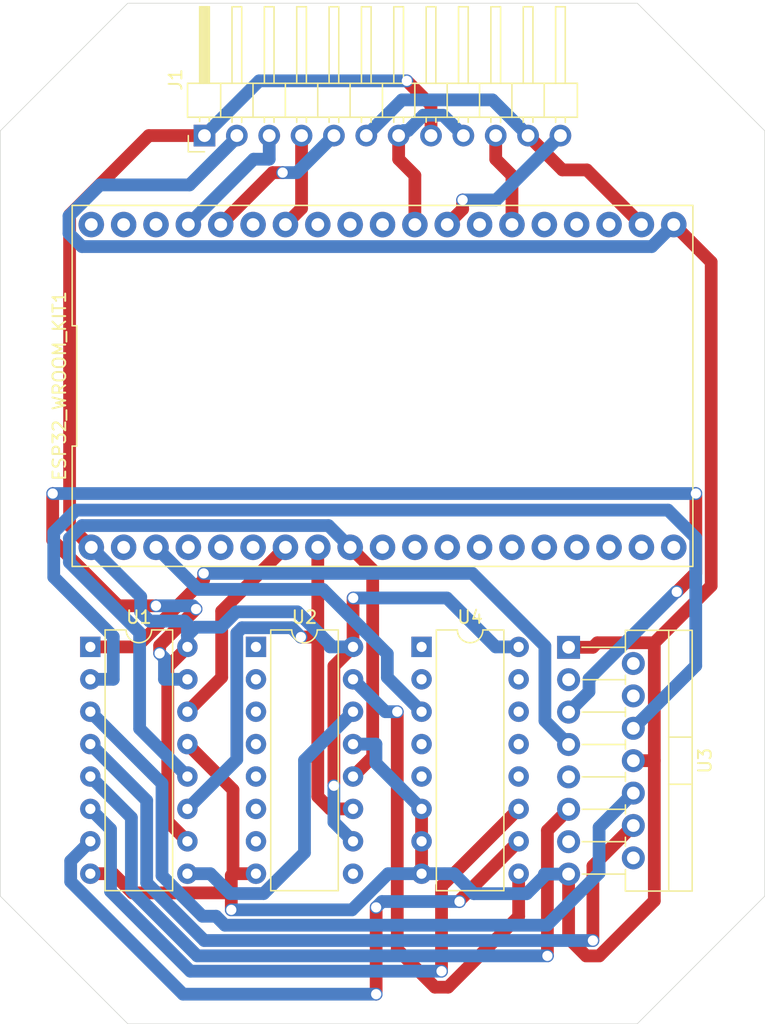
<source format=kicad_pcb>
(kicad_pcb (version 20240108) (generator "pcbnew") (generator_version "8.0")
  (layers (0 "F.Cu" signal) (31 "B.Cu" signal) (34 "B.Paste" user) (35 "F.Paste" user) (36 "B.SilkS" user "B.Silkscreen") (37 "F.SilkS" user "F.Silkscreen") (38 "B.Mask" user) (39 "F.Mask" user) (44 "Edge.Cuts" user))
  (net 0 "")
  (net 2 "Data")
  (net 3 "Trig")
  (net 4 "Net-(ESP32_WROOM_KIT1-GPIO23)")
  (net 5 "Net-(ESP32_WROOM_KIT1-GPIO4)")
  (net 18 "Analog_Pin1")
  (net 20 "Clock")
  (net 22 "Net-(ESP32_WROOM_KIT1-GPIO18)")
  (net 27 "Net-(ESP32_WROOM_KIT1-GPIO19)")
  (net 28 "3v3")
  (net 29 "GND")
  (net 30 "Net-(ESP32_WROOM_KIT1-GPIO2)")
  (net 32 "Net-(ESP32_WROOM_KIT1-GPIO21)")
  (net 35 "Net-(ESP32_WROOM_KIT1-GPIO15)")
  (net 39 "Net-(U1-QG)")
  (net 40 "M1_Pin_Dir1")
  (net 41 "M2_Pin_Dir2")
  (net 42 "Net-(U1-QH)")
  (net 43 "M1_Pin_EN")
  (net 44 "M2_Pin_Dir1")
  (net 45 "M1_Pin_Dir2")
  (net 46 "Net-(U1-QH')")
  (net 47 "M2_Pin_EN")
  (net 51 "Net-(U2-QA)")
  (net 59 "5v")
  (net 60 "Power supply")
  (footprint "Package_TO_SOT_THT:TO-220-15_P2.54x2.54mm_StaggerOdd_Lead4.58mm_Vertical" (layer "F.Cu") (at 164.605 100.49 -90)
    (property "Reference" "U3" (at 8.89 -10.7 90) (layer "F.SilkS"))
    (property "Value" "L298N")
    (fp_line (start -1.33 -4.459) (end 0.346 -4.459) (stroke (width 0.12)) (layer "F.SilkS"))
    (fp_line (start 0 -4.459) (end 0 -1.05) (stroke (width 0.12)) (layer "F.SilkS"))
    (fp_line (start 2.195 -4.459) (end 2.886 -4.459) (stroke (width 0.12)) (layer "F.SilkS"))
    (fp_line (start 2.54 -4.459) (end 2.54 -1.065) (stroke (width 0.12)) (layer "F.SilkS"))
    (fp_line (start 4.735 -4.459) (end 5.426 -4.459) (stroke (width 0.12)) (layer "F.SilkS"))
    (fp_line (start 5.08 -4.459) (end 5.08 -1.065) (stroke (width 0.12)) (layer "F.SilkS"))
    (fp_line (start 7.275 -4.459) (end 7.966 -4.459) (stroke (width 0.12)) (layer "F.SilkS"))
    (fp_line (start 7.62 -4.459) (end 7.62 -1.065) (stroke (width 0.12)) (layer "F.SilkS"))
    (fp_line (start 9.815 -4.459) (end 10.506 -4.459) (stroke (width 0.12)) (layer "F.SilkS"))
    (fp_line (start 10.16 -4.459) (end 10.16 -1.065) (stroke (width 0.12)) (layer "F.SilkS"))
    (fp_line (start 12.355 -4.459) (end 13.046 -4.459) (stroke (width 0.12)) (layer "F.SilkS"))
    (fp_line (start 12.7 -4.459) (end 12.7 -1.065) (stroke (width 0.12)) (layer "F.SilkS"))
    (fp_line (start 14.895 -4.459) (end 15.586 -4.459) (stroke (width 0.12)) (layer "F.SilkS"))
    (fp_line (start 15.24 -4.459) (end 15.24 -1.065) (stroke (width 0.12)) (layer "F.SilkS"))
    (fp_line (start 17.435 -4.459) (end 19.11 -4.459) (stroke (width 0.12)) (layer "F.SilkS"))
    (fp_line (start 17.78 -4.459) (end 17.78 -1.065) (stroke (width 0.12)) (layer "F.SilkS"))
    (fp_line (start -1.33 -7.86) (end 19.11 -7.86) (stroke (width 0.12)) (layer "F.SilkS"))
    (fp_line (start -1.33 -9.7) (end -1.33 -4.459) (stroke (width 0.12)) (layer "F.SilkS"))
    (fp_line (start -1.33 -9.7) (end 19.11 -9.7) (stroke (width 0.12)) (layer "F.SilkS"))
    (fp_line (start 7.041 -9.7) (end 7.041 -7.86) (stroke (width 0.12)) (layer "F.SilkS"))
    (fp_line (start 10.74 -9.7) (end 10.74 -7.86) (stroke (width 0.12)) (layer "F.SilkS"))
    (fp_line (start 19.11 -9.7) (end 19.11 -4.459) (stroke (width 0.12)) (layer "F.SilkS"))
    (pad "1" thru_hole rect (at 0 0 270) (size 1.8 1.8) (drill 1) (layers "*.Cu" "*.Mask") (net 29 "GND"))
    (pad "2" thru_hole oval (at 1.27 -5.08 270) (size 1.8 1.8) (drill 1) (layers "*.Cu" "*.Mask"))
    (pad "3" thru_hole oval (at 2.54 0 270) (size 1.8 1.8) (drill 1) (layers "*.Cu" "*.Mask"))
    (pad "4" thru_hole oval (at 3.81 -5.08 270) (size 1.8 1.8) (drill 1) (layers "*.Cu" "*.Mask") (net 60 "Power supply"))
    (pad "5" thru_hole oval (at 5.08 0 270) (size 1.8 1.8) (drill 1) (layers "*.Cu" "*.Mask") (net 40 "M1_Pin_Dir1"))
    (pad "6" thru_hole oval (at 6.35 -5.08 270) (size 1.8 1.8) (drill 1) (layers "*.Cu" "*.Mask") (net 43 "M1_Pin_EN"))
    (pad "7" thru_hole oval (at 7.62 0 270) (size 1.8 1.8) (drill 1) (layers "*.Cu" "*.Mask") (net 45 "M1_Pin_Dir2"))
    (pad "8" thru_hole oval (at 8.89 -5.08 270) (size 1.8 1.8) (drill 1) (layers "*.Cu" "*.Mask") (net 29 "GND"))
    (pad "9" thru_hole oval (at 10.16 0 270) (size 1.8 1.8) (drill 1) (layers "*.Cu" "*.Mask") (net 59 "5v"))
    (pad "10" thru_hole oval (at 11.43 -5.08 270) (size 1.8 1.8) (drill 1) (layers "*.Cu" "*.Mask") (net 44 "M2_Pin_Dir1"))
    (pad "11" thru_hole oval (at 12.7 0 270) (size 1.8 1.8) (drill 1) (layers "*.Cu" "*.Mask") (net 47 "M2_Pin_EN"))
    (pad "12" thru_hole oval (at 13.97 -5.08 270) (size 1.8 1.8) (drill 1) (layers "*.Cu" "*.Mask") (net 41 "M2_Pin_Dir2"))
    (pad "13" thru_hole oval (at 15.24 0 270) (size 1.8 1.8) (drill 1) (layers "*.Cu" "*.Mask"))
    (pad "14" thru_hole oval (at 16.51 -5.08 270) (size 1.8 1.8) (drill 1) (layers "*.Cu" "*.Mask"))
    (pad "15" thru_hole oval (at 17.78 0 270) (size 1.8 1.8) (drill 1) (layers "*.Cu" "*.Mask") (net 29 "GND"))
  )
  (footprint "Connector_PinHeader_2.54mm:PinHeader_1x12_P2.54mm_Horizontal" (layer "F.Cu") (at 136.025 60.375 90)
    (property "Reference" "J1" (at 4.385 -2.27 90) (layer "F.SilkS"))
    (property "Value" "Conn_01x12_Pin")
    (fp_line (start 4.1 -1.33) (end 1.44 -1.33) (stroke (width 0.12)) (layer "F.SilkS"))
    (fp_line (start 1.44 -1.33) (end 1.44 29.27) (stroke (width 0.12)) (layer "F.SilkS"))
    (fp_line (start -1.27 -1.27) (end 0 -1.27) (stroke (width 0.12)) (layer "F.SilkS"))
    (fp_line (start 10.1 -0.38) (end 10.1 0.38) (stroke (width 0.12)) (layer "F.SilkS"))
    (fp_line (start 4.1 -0.38) (end 10.1 -0.38) (stroke (width 0.12)) (layer "F.SilkS"))
    (fp_line (start 1.11 -0.38) (end 1.44 -0.38) (stroke (width 0.12)) (layer "F.SilkS"))
    (fp_line (start 4.1 -0.32) (end 10.1 -0.32) (stroke (width 0.12)) (layer "F.SilkS"))
    (fp_line (start 4.1 -0.2) (end 10.1 -0.2) (stroke (width 0.12)) (layer "F.SilkS"))
    (fp_line (start 4.1 -0.08) (end 10.1 -0.08) (stroke (width 0.12)) (layer "F.SilkS"))
    (fp_line (start -1.27 0) (end -1.27 -1.27) (stroke (width 0.12)) (layer "F.SilkS"))
    (fp_line (start 4.1 0.04) (end 10.1 0.04) (stroke (width 0.12)) (layer "F.SilkS"))
    (fp_line (start 4.1 0.16) (end 10.1 0.16) (stroke (width 0.12)) (layer "F.SilkS"))
    (fp_line (start 4.1 0.28) (end 10.1 0.28) (stroke (width 0.12)) (layer "F.SilkS"))
    (fp_line (start 10.1 0.38) (end 4.1 0.38) (stroke (width 0.12)) (layer "F.SilkS"))
    (fp_line (start 1.11 0.38) (end 1.44 0.38) (stroke (width 0.12)) (layer "F.SilkS"))
    (fp_line (start 1.44 1.27) (end 4.1 1.27) (stroke (width 0.12)) (layer "F.SilkS"))
    (fp_line (start 10.1 2.16) (end 10.1 2.92) (stroke (width 0.12)) (layer "F.SilkS"))
    (fp_line (start 4.1 2.16) (end 10.1 2.16) (stroke (width 0.12)) (layer "F.SilkS"))
    (fp_line (start 1.042929 2.16) (end 1.44 2.16) (stroke (width 0.12)) (layer "F.SilkS"))
    (fp_line (start 10.1 2.92) (end 4.1 2.92) (stroke (width 0.12)) (layer "F.SilkS"))
    (fp_line (start 1.042929 2.92) (end 1.44 2.92) (stroke (width 0.12)) (layer "F.SilkS"))
    (fp_line (start 1.44 3.81) (end 4.1 3.81) (stroke (width 0.12)) (layer "F.SilkS"))
    (fp_line (start 10.1 4.7) (end 10.1 5.46) (stroke (width 0.12)) (layer "F.SilkS"))
    (fp_line (start 4.1 4.7) (end 10.1 4.7) (stroke (width 0.12)) (layer "F.SilkS"))
    (fp_line (start 1.042929 4.7) (end 1.44 4.7) (stroke (width 0.12)) (layer "F.SilkS"))
    (fp_line (start 10.1 5.46) (end 4.1 5.46) (stroke (width 0.12)) (layer "F.SilkS"))
    (fp_line (start 1.042929 5.46) (end 1.44 5.46) (stroke (width 0.12)) (layer "F.SilkS"))
    (fp_line (start 1.44 6.35) (end 4.1 6.35) (stroke (width 0.12)) (layer "F.SilkS"))
    (fp_line (start 10.1 7.24) (end 10.1 8) (stroke (width 0.12)) (layer "F.SilkS"))
    (fp_line (start 4.1 7.24) (end 10.1 7.24) (stroke (width 0.12)) (layer "F.SilkS"))
    (fp_line (start 1.042929 7.24) (end 1.44 7.24) (stroke (width 0.12)) (layer "F.SilkS"))
    (fp_line (start 10.1 8) (end 4.1 8) (stroke (width 0.12)) (layer "F.SilkS"))
    (fp_line (start 1.042929 8) (end 1.44 8) (stroke (width 0.12)) (layer "F.SilkS"))
    (fp_line (start 1.44 8.89) (end 4.1 8.89) (stroke (width 0.12)) (layer "F.SilkS"))
    (fp_line (start 10.1 9.78) (end 10.1 10.54) (stroke (width 0.12)) (layer "F.SilkS"))
    (fp_line (start 4.1 9.78) (end 10.1 9.78) (stroke (width 0.12)) (layer "F.SilkS"))
    (fp_line (start 1.042929 9.78) (end 1.44 9.78) (stroke (width 0.12)) (layer "F.SilkS"))
    (fp_line (start 10.1 10.54) (end 4.1 10.54) (stroke (width 0.12)) (layer "F.SilkS"))
    (fp_line (start 1.042929 10.54) (end 1.44 10.54) (stroke (width 0.12)) (layer "F.SilkS"))
    (fp_line (start 1.44 11.43) (end 4.1 11.43) (stroke (width 0.12)) (layer "F.SilkS"))
    (fp_line (start 10.1 12.32) (end 10.1 13.08) (stroke (width 0.12)) (layer "F.SilkS"))
    (fp_line (start 4.1 12.32) (end 10.1 12.32) (stroke (width 0.12)) (layer "F.SilkS"))
    (fp_line (start 1.042929 12.32) (end 1.44 12.32) (stroke (width 0.12)) (layer "F.SilkS"))
    (fp_line (start 10.1 13.08) (end 4.1 13.08) (stroke (width 0.12)) (layer "F.SilkS"))
    (fp_line (start 1.042929 13.08) (end 1.44 13.08) (stroke (width 0.12)) (layer "F.SilkS"))
    (fp_line (start 1.44 13.97) (end 4.1 13.97) (stroke (width 0.12)) (layer "F.SilkS"))
    (fp_line (start 10.1 14.86) (end 10.1 15.62) (stroke (width 0.12)) (layer "F.SilkS"))
    (fp_line (start 4.1 14.86) (end 10.1 14.86) (stroke (width 0.12)) (layer "F.SilkS"))
    (fp_line (start 1.042929 14.86) (end 1.44 14.86) (stroke (width 0.12)) (layer "F.SilkS"))
    (fp_line (start 10.1 15.62) (end 4.1 15.62) (stroke (width 0.12)) (layer "F.SilkS"))
    (fp_line (start 1.042929 15.62) (end 1.44 15.62) (stroke (width 0.12)) (layer "F.SilkS"))
    (fp_line (start 1.44 16.51) (end 4.1 16.51) (stroke (width 0.12)) (layer "F.SilkS"))
    (fp_line (start 10.1 17.4) (end 10.1 18.16) (stroke (width 0.12)) (layer "F.SilkS"))
    (fp_line (start 4.1 17.4) (end 10.1 17.4) (stroke (width 0.12)) (layer "F.SilkS"))
    (fp_line (start 1.042929 17.4) (end 1.44 17.4) (stroke (width 0.12)) (layer "F.SilkS"))
    (fp_line (start 10.1 18.16) (end 4.1 18.16) (stroke (width 0.12)) (layer "F.SilkS"))
    (fp_line (start 1.042929 18.16) (end 1.44 18.16) (stroke (width 0.12)) (layer "F.SilkS"))
    (fp_line (start 1.44 19.05) (end 4.1 19.05) (stroke (width 0.12)) (layer "F.SilkS"))
    (fp_line (start 10.1 19.94) (end 10.1 20.7) (stroke (width 0.12)) (layer "F.SilkS"))
    (fp_line (start 4.1 19.94) (end 10.1 19.94) (stroke (width 0.12)) (layer "F.SilkS"))
    (fp_line (start 1.042929 19.94) (end 1.44 19.94) (stroke (width 0.12)) (layer "F.SilkS"))
    (fp_line (start 10.1 20.7) (end 4.1 20.7) (stroke (width 0.12)) (layer "F.SilkS"))
    (fp_line (start 1.042929 20.7) (end 1.44 20.7) (stroke (width 0.12)) (layer "F.SilkS"))
    (fp_line (start 1.44 21.59) (end 4.1 21.59) (stroke (width 0.12)) (layer "F.SilkS"))
    (fp_line (start 10.1 22.48) (end 10.1 23.24) (stroke (width 0.12)) (layer "F.SilkS"))
    (fp_line (start 4.1 22.48) (end 10.1 22.48) (stroke (width 0.12)) (layer "F.SilkS"))
    (fp_line (start 1.042929 22.48) (end 1.44 22.48) (stroke (width 0.12)) (layer "F.SilkS"))
    (fp_line (start 10.1 23.24) (end 4.1 23.24) (stroke (width 0.12)) (layer "F.SilkS"))
    (fp_line (start 1.042929 23.24) (end 1.44 23.24) (stroke (width 0.12)) (layer "F.SilkS"))
    (fp_line (start 1.44 24.13) (end 4.1 24.13) (stroke (width 0.12)) (layer "F.SilkS"))
    (fp_line (start 10.1 25.02) (end 10.1 25.78) (stroke (width 0.12)) (layer "F.SilkS"))
    (fp_line (start 4.1 25.02) (end 10.1 25.02) (stroke (width 0.12)) (layer "F.SilkS"))
    (fp_line (start 1.042929 25.02) (end 1.44 25.02) (stroke (width 0.12)) (layer "F.SilkS"))
    (fp_line (start 10.1 25.78) (end 4.1 25.78) (stroke (width 0.12)) (layer "F.SilkS"))
    (fp_line (start 1.042929 25.78) (end 1.44 25.78) (stroke (width 0.12)) (layer "F.SilkS"))
    (fp_line (start 1.44 26.67) (end 4.1 26.67) (stroke (width 0.12)) (layer "F.SilkS"))
    (fp_line (start 10.1 27.56) (end 10.1 28.32) (stroke (width 0.12)) (layer "F.SilkS"))
    (fp_line (start 4.1 27.56) (end 10.1 27.56) (stroke (width 0.12)) (layer "F.SilkS"))
    (fp_line (start 1.042929 27.56) (end 1.44 27.56) (stroke (width 0.12)) (layer "F.SilkS"))
    (fp_line (start 10.1 28.32) (end 4.1 28.32) (stroke (width 0.12)) (layer "F.SilkS"))
    (fp_line (start 1.042929 28.32) (end 1.44 28.32) (stroke (width 0.12)) (layer "F.SilkS"))
    (fp_line (start 4.1 29.27) (end 4.1 -1.33) (stroke (width 0.12)) (layer "F.SilkS"))
    (fp_line (start 1.44 29.27) (end 4.1 29.27) (stroke (width 0.12)) (layer "F.SilkS"))
    (pad "1" thru_hole rect (at 0 0 90) (size 1.7 1.7) (drill 1) (layers "*.Cu" "*.Mask") (net 28 "3v3"))
    (pad "2" thru_hole oval (at 0 2.54 90) (size 1.7 1.7) (drill 1) (layers "*.Cu" "*.Mask") (net 29 "GND"))
    (pad "3" thru_hole oval (at 0 5.08 90) (size 1.7 1.7) (drill 1) (layers "*.Cu" "*.Mask") (net 35 "Net-(ESP32_WROOM_KIT1-GPIO15)"))
    (pad "4" thru_hole oval (at 0 7.62 90) (size 1.7 1.7) (drill 1) (layers "*.Cu" "*.Mask") (net 5 "Net-(ESP32_WROOM_KIT1-GPIO4)"))
    (pad "5" thru_hole oval (at 0 10.16 90) (size 1.7 1.7) (drill 1) (layers "*.Cu" "*.Mask") (net 30 "Net-(ESP32_WROOM_KIT1-GPIO2)"))
    (pad "6" thru_hole oval (at 0 12.7 90) (size 1.7 1.7) (drill 1) (layers "*.Cu" "*.Mask") (net 4 "Net-(ESP32_WROOM_KIT1-GPIO23)"))
    (pad "7" thru_hole oval (at 0 15.24 90) (size 1.7 1.7) (drill 1) (layers "*.Cu" "*.Mask") (net 22 "Net-(ESP32_WROOM_KIT1-GPIO18)"))
    (pad "8" thru_hole oval (at 0 17.78 90) (size 1.7 1.7) (drill 1) (layers "*.Cu" "*.Mask") (net 28 "3v3"))
    (pad "9" thru_hole oval (at 0 20.32 90) (size 1.7 1.7) (drill 1) (layers "*.Cu" "*.Mask") (net 22 "Net-(ESP32_WROOM_KIT1-GPIO18)"))
    (pad "10" thru_hole oval (at 0 22.86 90) (size 1.7 1.7) (drill 1) (layers "*.Cu" "*.Mask") (net 32 "Net-(ESP32_WROOM_KIT1-GPIO21)"))
    (pad "11" thru_hole oval (at 0 25.4 90) (size 1.7 1.7) (drill 1) (layers "*.Cu" "*.Mask") (net 4 "Net-(ESP32_WROOM_KIT1-GPIO23)"))
    (pad "12" thru_hole oval (at 0 27.94 90) (size 1.7 1.7) (drill 1) (layers "*.Cu" "*.Mask") (net 27 "Net-(ESP32_WROOM_KIT1-GPIO19)"))
  )
  (footprint "Package_DIP:DIP-16_W7.62mm" (layer "F.Cu") (at 153.065 100.46)
    (property "Reference" "U4" (at 3.81 -2.33 0) (layer "F.SilkS"))
    (property "Value" "74HC4051")
    (fp_line (start 1.16 -1.33) (end 1.16 19.11) (stroke (width 0.12)) (layer "F.SilkS"))
    (fp_line (start 1.16 19.11) (end 6.46 19.11) (stroke (width 0.12)) (layer "F.SilkS"))
    (fp_line (start 2.81 -1.33) (end 1.16 -1.33) (stroke (width 0.12)) (layer "F.SilkS"))
    (fp_line (start 6.46 -1.33) (end 4.81 -1.33) (stroke (width 0.12)) (layer "F.SilkS"))
    (fp_line (start 6.46 19.11) (end 6.46 -1.33) (stroke (width 0.12)) (layer "F.SilkS"))
    (fp_arc (start 4.81 -1.33) (mid 3.81 -0.33) (end 2.81 -1.33) (stroke (width 0.12)) (layer "F.SilkS"))
    (pad "1" thru_hole rect (at 0 0) (size 1.6 1.6) (drill 0.8) (layers "*.Cu" "*.Mask"))
    (pad "2" thru_hole oval (at 0 2.54) (size 1.6 1.6) (drill 0.8) (layers "*.Cu" "*.Mask"))
    (pad "3" thru_hole oval (at 0 5.08) (size 1.6 1.6) (drill 0.8) (layers "*.Cu" "*.Mask") (net 18 "Analog_Pin1"))
    (pad "4" thru_hole oval (at 0 7.62) (size 1.6 1.6) (drill 0.8) (layers "*.Cu" "*.Mask"))
    (pad "5" thru_hole oval (at 0 10.16) (size 1.6 1.6) (drill 0.8) (layers "*.Cu" "*.Mask"))
    (pad "6" thru_hole oval (at 0 12.7) (size 1.6 1.6) (drill 0.8) (layers "*.Cu" "*.Mask") (net 29 "GND"))
    (pad "7" thru_hole oval (at 0 15.24) (size 1.6 1.6) (drill 0.8) (layers "*.Cu" "*.Mask") (net 29 "GND"))
    (pad "8" thru_hole oval (at 0 17.78) (size 1.6 1.6) (drill 0.8) (layers "*.Cu" "*.Mask") (net 29 "GND"))
    (pad "9" thru_hole oval (at 7.62 17.78) (size 1.6 1.6) (drill 0.8) (layers "*.Cu" "*.Mask") (net 51 "Net-(U2-QA)"))
    (pad "10" thru_hole oval (at 7.62 15.24) (size 1.6 1.6) (drill 0.8) (layers "*.Cu" "*.Mask") (net 42 "Net-(U1-QH)"))
    (pad "11" thru_hole oval (at 7.62 12.7) (size 1.6 1.6) (drill 0.8) (layers "*.Cu" "*.Mask") (net 39 "Net-(U1-QG)"))
    (pad "12" thru_hole oval (at 7.62 10.16) (size 1.6 1.6) (drill 0.8) (layers "*.Cu" "*.Mask"))
    (pad "13" thru_hole oval (at 7.62 7.62) (size 1.6 1.6) (drill 0.8) (layers "*.Cu" "*.Mask"))
    (pad "14" thru_hole oval (at 7.62 5.08) (size 1.6 1.6) (drill 0.8) (layers "*.Cu" "*.Mask"))
    (pad "15" thru_hole oval (at 7.62 2.54) (size 1.6 1.6) (drill 0.8) (layers "*.Cu" "*.Mask"))
    (pad "16" thru_hole oval (at 7.62 0) (size 1.6 1.6) (drill 0.8) (layers "*.Cu" "*.Mask") (net 28 "3v3"))
  )
  (footprint "Package_DIP:DIP-16_W7.62mm" (layer "F.Cu") (at 140.065 100.46)
    (property "Reference" "U2" (at 3.81 -2.33 0) (layer "F.SilkS"))
    (property "Value" "74HC595")
    (fp_line (start 1.16 -1.33) (end 1.16 19.11) (stroke (width 0.12)) (layer "F.SilkS"))
    (fp_line (start 1.16 19.11) (end 6.46 19.11) (stroke (width 0.12)) (layer "F.SilkS"))
    (fp_line (start 2.81 -1.33) (end 1.16 -1.33) (stroke (width 0.12)) (layer "F.SilkS"))
    (fp_line (start 6.46 -1.33) (end 4.81 -1.33) (stroke (width 0.12)) (layer "F.SilkS"))
    (fp_line (start 6.46 19.11) (end 6.46 -1.33) (stroke (width 0.12)) (layer "F.SilkS"))
    (fp_arc (start 4.81 -1.33) (mid 3.81 -0.33) (end 2.81 -1.33) (stroke (width 0.12)) (layer "F.SilkS"))
    (pad "1" thru_hole rect (at 0 0) (size 1.6 1.6) (drill 0.8) (layers "*.Cu" "*.Mask"))
    (pad "2" thru_hole oval (at 0 2.54) (size 1.6 1.6) (drill 0.8) (layers "*.Cu" "*.Mask"))
    (pad "3" thru_hole oval (at 0 5.08) (size 1.6 1.6) (drill 0.8) (layers "*.Cu" "*.Mask"))
    (pad "4" thru_hole oval (at 0 7.62) (size 1.6 1.6) (drill 0.8) (layers "*.Cu" "*.Mask"))
    (pad "5" thru_hole oval (at 0 10.16) (size 1.6 1.6) (drill 0.8) (layers "*.Cu" "*.Mask"))
    (pad "6" thru_hole oval (at 0 12.7) (size 1.6 1.6) (drill 0.8) (layers "*.Cu" "*.Mask"))
    (pad "7" thru_hole oval (at 0 15.24) (size 1.6 1.6) (drill 0.8) (layers "*.Cu" "*.Mask"))
    (pad "8" thru_hole oval (at 0 17.78) (size 1.6 1.6) (drill 0.8) (layers "*.Cu" "*.Mask") (net 29 "GND"))
    (pad "9" thru_hole oval (at 7.62 17.78) (size 1.6 1.6) (drill 0.8) (layers "*.Cu" "*.Mask"))
    (pad "10" thru_hole oval (at 7.62 15.24) (size 1.6 1.6) (drill 0.8) (layers "*.Cu" "*.Mask") (net 28 "3v3"))
    (pad "11" thru_hole oval (at 7.62 12.7) (size 1.6 1.6) (drill 0.8) (layers "*.Cu" "*.Mask") (net 20 "Clock"))
    (pad "12" thru_hole oval (at 7.62 10.16) (size 1.6 1.6) (drill 0.8) (layers "*.Cu" "*.Mask") (net 3 "Trig"))
    (pad "13" thru_hole oval (at 7.62 7.62) (size 1.6 1.6) (drill 0.8) (layers "*.Cu" "*.Mask") (net 29 "GND"))
    (pad "14" thru_hole oval (at 7.62 5.08) (size 1.6 1.6) (drill 0.8) (layers "*.Cu" "*.Mask") (net 46 "Net-(U1-QH')"))
    (pad "15" thru_hole oval (at 7.62 2.54) (size 1.6 1.6) (drill 0.8) (layers "*.Cu" "*.Mask") (net 51 "Net-(U2-QA)"))
    (pad "16" thru_hole oval (at 7.62 0) (size 1.6 1.6) (drill 0.8) (layers "*.Cu" "*.Mask") (net 28 "3v3"))
  )
  (footprint "MyEsp32Library:Esp32_Wroom32_DevKit" (layer "F.Cu") (at 150 80)
    (property "Reference" "ESP32_WROOM_KIT1" (at -25.36 0 90) (layer "F.SilkS"))
    (property "Value" "~")
    (fp_line (start -24.36 -14.15) (end -24.36 -4.716666) (stroke (width 0.12)) (layer "F.SilkS"))
    (fp_line (start -24.36 -4.716666) (end -24 -4.716666) (stroke (width 0.12)) (layer "F.SilkS"))
    (fp_line (start -24.36 4.716666) (end -24.36 14.149999) (stroke (width 0.12)) (layer "F.SilkS"))
    (fp_line (start -24.36 14.149999) (end 24.36 14.15) (stroke (width 0.12)) (layer "F.SilkS"))
    (fp_line (start -24 -4.716666) (end -24 4.716666) (stroke (width 0.12)) (layer "F.SilkS"))
    (fp_line (start -24 4.716666) (end -24.36 4.716666) (stroke (width 0.12)) (layer "F.SilkS"))
    (fp_line (start 24.36 -14.149999) (end -24.36 -14.15) (stroke (width 0.12)) (layer "F.SilkS"))
    (fp_line (start 24.36 14.15) (end 24.36 -14.149999) (stroke (width 0.12)) (layer "F.SilkS"))
    (pad "1" thru_hole circle (at -22.86 12.65) (size 2 2) (drill 1) (layers "*.Cu" "*.Mask") (net 28 "3v3"))
    (pad "2" thru_hole circle (at -20.32 12.65) (size 2 2) (drill 1) (layers "*.Cu" "*.Mask"))
    (pad "3" thru_hole circle (at -17.78 12.65) (size 2 2) (drill 1) (layers "*.Cu" "*.Mask") (net 18 "Analog_Pin1"))
    (pad "4" thru_hole circle (at -15.24 12.65) (size 2 2) (drill 1) (layers "*.Cu" "*.Mask"))
    (pad "5" thru_hole circle (at -12.7 12.65) (size 2 2) (drill 1) (layers "*.Cu" "*.Mask"))
    (pad "6" thru_hole circle (at -10.16 12.65) (size 2 2) (drill 1) (layers "*.Cu" "*.Mask"))
    (pad "7" thru_hole circle (at -7.62 12.65) (size 2 2) (drill 1) (layers "*.Cu" "*.Mask") (net 2 "Data"))
    (pad "8" thru_hole circle (at -5.08 12.65) (size 2 2) (drill 1) (layers "*.Cu" "*.Mask") (net 20 "Clock"))
    (pad "9" thru_hole circle (at -2.54 12.65) (size 2 2) (drill 1) (layers "*.Cu" "*.Mask") (net 3 "Trig"))
    (pad "10" thru_hole circle (at 0 12.65) (size 2 2) (drill 1) (layers "*.Cu" "*.Mask"))
    (pad "11" thru_hole circle (at 2.54 12.65) (size 2 2) (drill 1) (layers "*.Cu" "*.Mask"))
    (pad "12" thru_hole circle (at 5.08 12.65) (size 2 2) (drill 1) (layers "*.Cu" "*.Mask"))
    (pad "13" thru_hole circle (at 7.62 12.65) (size 2 2) (drill 1) (layers "*.Cu" "*.Mask"))
    (pad "14" thru_hole circle (at 10.16 12.65) (size 2 2) (drill 1) (layers "*.Cu" "*.Mask"))
    (pad "15" thru_hole circle (at 12.7 12.65) (size 2 2) (drill 1) (layers "*.Cu" "*.Mask"))
    (pad "16" thru_hole circle (at 15.24 12.65) (size 2 2) (drill 1) (layers "*.Cu" "*.Mask"))
    (pad "17" thru_hole circle (at 17.78 12.65) (size 2 2) (drill 1) (layers "*.Cu" "*.Mask"))
    (pad "18" thru_hole circle (at 20.32 12.65) (size 2 2) (drill 1) (layers "*.Cu" "*.Mask"))
    (pad "19" thru_hole circle (at 22.86 12.65) (size 2 2) (drill 1) (layers "*.Cu" "*.Mask"))
    (pad "20" thru_hole circle (at 22.86 -12.65) (size 2 2) (drill 1) (layers "*.Cu" "*.Mask") (net 29 "GND"))
    (pad "21" thru_hole circle (at 20.32 -12.65) (size 2 2) (drill 1) (layers "*.Cu" "*.Mask") (net 4 "Net-(ESP32_WROOM_KIT1-GPIO23)"))
    (pad "22" thru_hole circle (at 17.78 -12.65) (size 2 2) (drill 1) (layers "*.Cu" "*.Mask"))
    (pad "23" thru_hole circle (at 15.24 -12.65) (size 2 2) (drill 1) (layers "*.Cu" "*.Mask"))
    (pad "24" thru_hole circle (at 12.7 -12.65) (size 2 2) (drill 1) (layers "*.Cu" "*.Mask"))
    (pad "25" thru_hole circle (at 10.16 -12.65) (size 2 2) (drill 1) (layers "*.Cu" "*.Mask") (net 32 "Net-(ESP32_WROOM_KIT1-GPIO21)"))
    (pad "26" thru_hole circle (at 7.62 -12.65) (size 2 2) (drill 1) (layers "*.Cu" "*.Mask"))
    (pad "27" thru_hole circle (at 5.08 -12.65) (size 2 2) (drill 1) (layers "*.Cu" "*.Mask") (net 27 "Net-(ESP32_WROOM_KIT1-GPIO19)"))
    (pad "28" thru_hole circle (at 2.54 -12.65) (size 2 2) (drill 1) (layers "*.Cu" "*.Mask") (net 22 "Net-(ESP32_WROOM_KIT1-GPIO18)"))
    (pad "29" thru_hole circle (at 0 -12.65) (size 2 2) (drill 1) (layers "*.Cu" "*.Mask"))
    (pad "30" thru_hole circle (at -2.54 -12.65) (size 2 2) (drill 1) (layers "*.Cu" "*.Mask"))
    (pad "31" thru_hole circle (at -5.08 -12.65) (size 2 2) (drill 1) (layers "*.Cu" "*.Mask"))
    (pad "32" thru_hole circle (at -7.62 -12.65) (size 2 2) (drill 1) (layers "*.Cu" "*.Mask") (net 5 "Net-(ESP32_WROOM_KIT1-GPIO4)"))
    (pad "33" thru_hole circle (at -10.16 -12.65) (size 2 2) (drill 1) (layers "*.Cu" "*.Mask"))
    (pad "34" thru_hole circle (at -12.7 -12.65) (size 2 2) (drill 1) (layers "*.Cu" "*.Mask") (net 30 "Net-(ESP32_WROOM_KIT1-GPIO2)"))
    (pad "35" thru_hole circle (at -15.24 -12.65) (size 2 2) (drill 1) (layers "*.Cu" "*.Mask") (net 35 "Net-(ESP32_WROOM_KIT1-GPIO15)"))
    (pad "36" thru_hole circle (at -17.78 -12.65) (size 2 2) (drill 1) (layers "*.Cu" "*.Mask"))
    (pad "37" thru_hole circle (at -20.32 -12.65) (size 2 2) (drill 1) (layers "*.Cu" "*.Mask"))
    (pad "38" thru_hole circle (at -22.86 -12.65) (size 2 2) (drill 1) (layers "*.Cu" "*.Mask"))
  )
  (footprint "Package_DIP:DIP-16_W7.62mm" (layer "F.Cu") (at 127.065 100.46)
    (property "Reference" "U1" (at 3.81 -2.33 0) (layer "F.SilkS"))
    (property "Value" "74HC595")
    (fp_line (start 1.16 -1.33) (end 1.16 19.11) (stroke (width 0.12)) (layer "F.SilkS"))
    (fp_line (start 1.16 19.11) (end 6.46 19.11) (stroke (width 0.12)) (layer "F.SilkS"))
    (fp_line (start 2.81 -1.33) (end 1.16 -1.33) (stroke (width 0.12)) (layer "F.SilkS"))
    (fp_line (start 6.46 -1.33) (end 4.81 -1.33) (stroke (width 0.12)) (layer "F.SilkS"))
    (fp_line (start 6.46 19.11) (end 6.46 -1.33) (stroke (width 0.12)) (layer "F.SilkS"))
    (fp_arc (start 4.81 -1.33) (mid 3.81 -0.33) (end 2.81 -1.33) (stroke (width 0.12)) (layer "F.SilkS"))
    (pad "1" thru_hole rect (at 0 0) (size 1.6 1.6) (drill 0.8) (layers "*.Cu" "*.Mask") (net 45 "M1_Pin_Dir2"))
    (pad "2" thru_hole oval (at 0 2.54) (size 1.6 1.6) (drill 0.8) (layers "*.Cu" "*.Mask") (net 43 "M1_Pin_EN"))
    (pad "3" thru_hole oval (at 0 5.08) (size 1.6 1.6) (drill 0.8) (layers "*.Cu" "*.Mask") (net 44 "M2_Pin_Dir1"))
    (pad "4" thru_hole oval (at 0 7.62) (size 1.6 1.6) (drill 0.8) (layers "*.Cu" "*.Mask") (net 41 "M2_Pin_Dir2"))
    (pad "5" thru_hole oval (at 0 10.16) (size 1.6 1.6) (drill 0.8) (layers "*.Cu" "*.Mask") (net 47 "M2_Pin_EN"))
    (pad "6" thru_hole oval (at 0 12.7) (size 1.6 1.6) (drill 0.8) (layers "*.Cu" "*.Mask") (net 39 "Net-(U1-QG)"))
    (pad "7" thru_hole oval (at 0 15.24) (size 1.6 1.6) (drill 0.8) (layers "*.Cu" "*.Mask") (net 42 "Net-(U1-QH)"))
    (pad "8" thru_hole oval (at 0 17.78) (size 1.6 1.6) (drill 0.8) (layers "*.Cu" "*.Mask") (net 29 "GND"))
    (pad "9" thru_hole oval (at 7.62 17.78) (size 1.6 1.6) (drill 0.8) (layers "*.Cu" "*.Mask") (net 46 "Net-(U1-QH')"))
    (pad "10" thru_hole oval (at 7.62 15.24) (size 1.6 1.6) (drill 0.8) (layers "*.Cu" "*.Mask") (net 28 "3v3"))
    (pad "11" thru_hole oval (at 7.62 12.7) (size 1.6 1.6) (drill 0.8) (layers "*.Cu" "*.Mask") (net 20 "Clock"))
    (pad "12" thru_hole oval (at 7.62 10.16) (size 1.6 1.6) (drill 0.8) (layers "*.Cu" "*.Mask") (net 3 "Trig"))
    (pad "13" thru_hole oval (at 7.62 7.62) (size 1.6 1.6) (drill 0.8) (layers "*.Cu" "*.Mask") (net 29 "GND"))
    (pad "14" thru_hole oval (at 7.62 5.08) (size 1.6 1.6) (drill 0.8) (layers "*.Cu" "*.Mask") (net 2 "Data"))
    (pad "15" thru_hole oval (at 7.62 2.54) (size 1.6 1.6) (drill 0.8) (layers "*.Cu" "*.Mask") (net 40 "M1_Pin_Dir1"))
    (pad "16" thru_hole oval (at 7.62 0) (size 1.6 1.6) (drill 0.8) (layers "*.Cu" "*.Mask") (net 28 "3v3"))
  )
  (gr_line (start 170 50) (end 130 50) (stroke (width 0.05)) (layer "Edge.Cuts"))
  (gr_line (start 130 130) (end 170 130) (stroke (width 0.05)) (layer "Edge.Cuts"))
  (gr_line (start 180 120) (end 180 60) (stroke (width 0.05)) (layer "Edge.Cuts"))
  (gr_line (start 120 60) (end 120 120) (stroke (width 0.05)) (layer "Edge.Cuts"))
  (gr_line (start 120 120) (end 130 130) (stroke (width 0.05)) (layer "Edge.Cuts"))
  (gr_line (start 130 50) (end 120 60) (stroke (width 0.05)) (layer "Edge.Cuts"))
  (gr_line (start 170 130) (end 180 120) (stroke (width 0.05)) (layer "Edge.Cuts"))
  (gr_line (start 180 60) (end 170 50) (stroke (width 0.05)) (layer "Edge.Cuts"))
  (segment (start 137.375 102.85) (end 134.685 105.54) (width 1) (layer "F.Cu") (net 2))
  (segment (start 137.375 97.655) (end 137.375 102.85) (width 1) (layer "F.Cu") (net 2))
  (segment (start 142.38 92.65) (end 137.375 97.655) (width 1) (layer "F.Cu") (net 2))
  (segment (start 147.46 92.65) (end 149.2289 94.4189) (width 1) (layer "F.Cu") (net 3))
  (segment (start 149.2289 109.0761) (end 147.685 110.62) (width 1) (layer "F.Cu") (net 3))
  (segment (start 149.2289 94.4189) (end 149.2289 109.0761) (width 1) (layer "F.Cu") (net 3))
  (segment (start 145.7583 90.9483) (end 126.424 90.9483) (width 1) (layer "B.Cu") (net 3))
  (segment (start 125.4218 93.837) (end 130.9342 99.3494) (width 1) (layer "B.Cu") (net 3))
  (segment (start 125.4218 91.9505) (end 125.4218 93.837) (width 1) (layer "B.Cu") (net 3))
  (segment (start 126.424 90.9483) (end 125.4218 91.9505) (width 1) (layer "B.Cu") (net 3))
  (segment (start 147.46 92.65) (end 145.7583 90.9483) (width 1) (layer "B.Cu") (net 3))
  (segment (start 130.9342 106.8692) (end 134.685 110.62) (width 1) (layer "B.Cu") (net 3))
  (segment (start 130.9342 99.3494) (end 130.9342 106.8692) (width 1) (layer "B.Cu") (net 3))
  (segment (start 170.32 67.35) (end 166.0377 63.0677) (width 1) (layer "F.Cu") (net 4))
  (segment (start 164.1177 63.0677) (end 161.425 60.375) (width 1) (layer "F.Cu") (net 4))
  (segment (start 166.0377 63.0677) (end 164.1177 63.0677) (width 1) (layer "F.Cu") (net 4))
  (segment (start 151.5224 57.5776) (end 148.725 60.375) (width 1) (layer "B.Cu") (net 4))
  (segment (start 161.425 60.375) (end 158.6276 57.5776) (width 1) (layer "B.Cu") (net 4))
  (segment (start 158.6276 57.5776) (end 151.5224 57.5776) (width 1) (layer "B.Cu") (net 4))
  (segment (start 143.645 66.085) (end 143.645 60.375) (width 1) (layer "F.Cu") (net 5))
  (segment (start 142.38 67.35) (end 143.645 66.085) (width 1) (layer "F.Cu") (net 5))
  (segment (start 135.5197 95.9497) (end 132.22 92.65) (width 1) (layer "B.Cu") (net 18))
  (segment (start 145.325 95.9497) (end 135.5197 95.9497) (width 1) (layer "B.Cu") (net 18))
  (segment (start 150.375 102.85) (end 150.375 100.9997) (width 1) (layer "B.Cu") (net 18))
  (segment (start 153.065 105.54) (end 150.375 102.85) (width 1) (layer "B.Cu") (net 18))
  (segment (start 150.375 100.9997) (end 145.325 95.9497) (width 1) (layer "B.Cu") (net 18))
  (segment (start 147.685 113.16) (end 145.885 113.16) (width 1) (layer "F.Cu") (net 20))
  (segment (start 144.92 112.195) (end 145.885 113.16) (width 1) (layer "F.Cu") (net 20))
  (segment (start 144.92 92.65) (end 144.92 99.6862) (width 1) (layer "F.Cu") (net 20))
  (segment (start 144.92 99.6862) (end 143.5922 99.6862) (width 1) (layer "F.Cu") (net 20))
  (segment (start 144.92 99.6862) (end 144.92 112.195) (width 1) (layer "F.Cu") (net 20))
  (via (at 143.5922 99.6862) (size 1) (drill 0.8) (layers "F.Cu" "B.Cu") (net 20))
  (segment (start 142.8643 98.9583) (end 138.9743 98.9583) (width 1) (layer "B.Cu") (net 20))
  (segment (start 138.9743 98.9583) (end 138.5633 99.3693) (width 1) (layer "B.Cu") (net 20))
  (segment (start 138.5633 109.2817) (end 134.685 113.16) (width 1) (layer "B.Cu") (net 20))
  (segment (start 143.5922 99.6862) (end 142.8643 98.9583) (width 1) (layer "B.Cu") (net 20))
  (segment (start 138.5633 99.3693) (end 138.5633 109.2817) (width 1) (layer "B.Cu") (net 20))
  (segment (start 152.54 67.35) (end 152.54 63.5) (width 1) (layer "F.Cu") (net 22))
  (segment (start 151.265 60.375) (end 151.265 62.225) (width 1) (layer "F.Cu") (net 22))
  (segment (start 152.54 63.5) (end 151.265 62.225) (width 1) (layer "F.Cu") (net 22))
  (segment (start 153.2062 58.7793) (end 152.0061 59.9794) (width 1) (layer "B.Cu") (net 22))
  (segment (start 152.0061 59.9794) (end 152.0061 59.9795) (width 1) (layer "B.Cu") (net 22))
  (segment (start 152.0061 59.9795) (end 151.6605 59.9795) (width 1) (layer "B.Cu") (net 22))
  (segment (start 151.6605 59.9795) (end 151.265 60.375) (width 1) (layer "B.Cu") (net 22))
  (segment (start 154.7493 58.7793) (end 153.2062 58.7793) (width 1) (layer "B.Cu") (net 22))
  (segment (start 156.345 60.375) (end 154.7493 58.7793) (width 1) (layer "B.Cu") (net 22))
  (segment (start 156.2858 66.1442) (end 156.2858 65.4207) (width 1) (layer "F.Cu") (net 27))
  (segment (start 155.08 67.35) (end 156.2858 66.1442) (width 1) (layer "F.Cu") (net 27))
  (via (at 156.2858 65.4207) (size 1) (drill 0.8) (layers "F.Cu" "B.Cu") (net 27))
  (segment (start 158.9193 65.4207) (end 156.2858 65.4207) (width 1) (layer "B.Cu") (net 27))
  (segment (start 163.965 60.375) (end 158.9193 65.4207) (width 1) (layer "B.Cu") (net 27))
  (segment (start 147.685 100.46) (end 147.685 96.6372) (width 1) (layer "F.Cu") (net 28))
  (segment (start 134.685 115.7) (end 133.1429 114.1579) (width 1) (layer "F.Cu") (net 28))
  (segment (start 153.805 57.9832) (end 151.9071 56.0853) (width 1) (layer "F.Cu") (net 28))
  (segment (start 125.4382 66.5923) (end 125.4382 90.9482) (width 1) (layer "F.Cu") (net 28))
  (segment (start 146.1833 101.9617) (end 147.685 100.46) (width 1) (layer "F.Cu") (net 28))
  (segment (start 134.685 100.4874) (end 134.685 100.46) (width 1) (layer "F.Cu") (net 28))
  (segment (start 131.6555 60.375) (end 125.4382 66.5923) (width 1) (layer "F.Cu") (net 28))
  (segment (start 153.805 60.375) (end 153.805 57.9832) (width 1) (layer "F.Cu") (net 28))
  (segment (start 133.1429 114.1579) (end 133.1429 102.0295) (width 1) (layer "F.Cu") (net 28))
  (segment (start 147.685 96.6372) (end 147.6985 96.6237) (width 1) (layer "F.Cu") (net 28))
  (segment (start 125.4382 90.9482) (end 127.14 92.65) (width 1) (layer "F.Cu") (net 28))
  (segment (start 146.1833 111.3479) (end 146.1833 101.9617) (width 1) (layer "F.Cu") (net 28))
  (segment (start 136.025 60.375) (end 131.6555 60.375) (width 1) (layer "F.Cu") (net 28))
  (segment (start 133.1429 102.0295) (end 134.685 100.4874) (width 1) (layer "F.Cu") (net 28))
  (via (at 146.1833 111.3479) (size 1) (drill 0.8) (layers "F.Cu" "B.Cu") (net 28))
  (via (at 147.6985 96.6237) (size 1) (drill 0.8) (layers "F.Cu" "B.Cu") (net 28))
  (via (at 151.9071 56.0853) (size 1) (drill 0.8) (layers "F.Cu" "B.Cu") (net 28))
  (segment (start 131.018 97.7338) (end 131.722 98.4378) (width 1) (layer "B.Cu") (net 28))
  (segment (start 136.025 60.375) (end 140.3147 56.0853) (width 1) (layer "B.Cu") (net 28))
  (segment (start 155.0487 96.6237) (end 158.885 100.46) (width 1) (layer "B.Cu") (net 28))
  (segment (start 146.1833 114.1983) (end 146.1833 111.3479) (width 1) (layer "B.Cu") (net 28))
  (segment (start 143.3162 97.7107) (end 145.885 100.2795) (width 1) (layer "B.Cu") (net 28))
  (segment (start 131.722 98.4378) (end 134.4628 98.4378) (width 1) (layer "B.Cu") (net 28))
  (segment (start 135.3326 98.9124) (end 137.3209 98.9124) (width 1) (layer "B.Cu") (net 28))
  (segment (start 147.685 115.7) (end 146.1833 114.1983) (width 1) (layer "B.Cu") (net 28))
  (segment (start 134.685 99.56) (end 135.3326 98.9124) (width 1) (layer "B.Cu") (net 28))
  (segment (start 134.685 99.56) (end 134.685 98.66) (width 1) (layer "B.Cu") (net 28))
  (segment (start 134.4628 98.4378) (end 134.685 98.66) (width 1) (layer "B.Cu") (net 28))
  (segment (start 137.3209 98.9124) (end 137.3209 98.9123) (width 1) (layer "B.Cu") (net 28))
  (segment (start 131.018 96.528) (end 131.018 97.7338) (width 1) (layer "B.Cu") (net 28))
  (segment (start 147.6985 96.6237) (end 155.0487 96.6237) (width 1) (layer "B.Cu") (net 28))
  (segment (start 145.885 100.2795) (end 145.885 100.46) (width 1) (layer "B.Cu") (net 28))
  (segment (start 147.685 100.46) (end 145.885 100.46) (width 1) (layer "B.Cu") (net 28))
  (segment (start 160.685 100.46) (end 158.885 100.46) (width 1) (layer "B.Cu") (net 28))
  (segment (start 134.685 100.46) (end 134.685 99.56) (width 1) (layer "B.Cu") (net 28))
  (segment (start 138.5225 97.7107) (end 143.3162 97.7107) (width 1) (layer "B.Cu") (net 28))
  (segment (start 140.3147 56.0853) (end 151.9071 56.0853) (width 1) (layer "B.Cu") (net 28))
  (segment (start 137.3209 98.9123) (end 138.5225 97.7107) (width 1) (layer "B.Cu") (net 28))
  (segment (start 127.14 92.65) (end 131.018 96.528) (width 1) (layer "B.Cu") (net 28))
  (segment (start 167.011 124.6858) (end 165.9832 124.6858) (width 1) (layer "F.Cu") (net 29))
  (segment (start 171.3328 109.38) (end 171.3328 120.364) (width 1) (layer "F.Cu") (net 29))
  (segment (start 166.8588 100.1362) (end 166.505 100.49) (width 1) (layer "F.Cu") (net 29))
  (segment (start 153.065 118.24) (end 153.065 115.7) (width 1) (layer "F.Cu") (net 29))
  (segment (start 164.605 100.49) (end 166.505 100.49) (width 1) (layer "F.Cu") (net 29))
  (segment (start 164.605 123.3076) (end 164.605 118.27) (width 1) (layer "F.Cu") (net 29))
  (segment (start 165.9832 124.6858) (end 164.605 123.3076) (width 1) (layer "F.Cu") (net 29))
  (segment (start 138.1294 118.3756) (end 138.1294 119.7442) (width 1) (layer "F.Cu") (net 29))
  (segment (start 153.065 115.7) (end 153.065 113.16) (width 1) (layer "F.Cu") (net 29))
  (segment (start 175.7961 95.6729) (end 175.7961 70.2861) (width 1) (layer "F.Cu") (net 29))
  (segment (start 127.065 118.24) (end 128.865 118.24) (width 1) (layer "F.Cu") (net 29))
  (segment (start 171.3328 100.1362) (end 171.3328 109.38) (width 1) (layer "F.Cu") (net 29))
  (segment (start 130.3692 119.7442) (end 138.1294 119.7442) (width 1) (layer "F.Cu") (net 29))
  (segment (start 140.065 118.24) (end 138.265 118.24) (width 1) (layer "F.Cu") (net 29))
  (segment (start 171.3328 100.1362) (end 166.8588 100.1362) (width 1) (layer "F.Cu") (net 29))
  (segment (start 171.3328 120.364) (end 167.011 124.6858) (width 1) (layer "F.Cu") (net 29))
  (segment (start 138.265 118.24) (end 138.1294 118.3756) (width 1) (layer "F.Cu") (net 29))
  (segment (start 134.685 108.08) (end 138.265 111.66) (width 1) (layer "F.Cu") (net 29))
  (segment (start 128.865 118.24) (end 130.3692 119.7442) (width 1) (layer "F.Cu") (net 29))
  (segment (start 138.1294 119.7442) (end 138.1294 121.0743) (width 1) (layer "F.Cu") (net 29))
  (segment (start 171.3328 100.1362) (end 175.7961 95.6729) (width 1) (layer "F.Cu") (net 29))
  (segment (start 138.265 111.66) (end 138.265 118.24) (width 1) (layer "F.Cu") (net 29))
  (segment (start 171.3328 109.38) (end 169.685 109.38) (width 1) (layer "F.Cu") (net 29))
  (segment (start 175.7961 70.2861) (end 172.86 67.35) (width 1) (layer "F.Cu") (net 29))
  (via (at 138.1294 121.0743) (size 1) (drill 0.8) (layers "F.Cu" "B.Cu") (net 29))
  (segment (start 155.6046 118.24) (end 154.865 118.24) (width 1) (layer "B.Cu") (net 29))
  (segment (start 125.3895 68.055) (end 126.4119 69.0774) (width 1) (layer "B.Cu") (net 29))
  (segment (start 127.8206 64.2436) (end 125.3895 66.6747) (width 1) (layer "B.Cu") (net 29))
  (segment (start 153.065 118.24) (end 151.265 118.24) (width 1) (layer "B.Cu") (net 29))
  (segment (start 138.565 60.375) (end 138.565 60.5274) (width 1) (layer "B.Cu") (net 29))
  (segment (start 161.3162 119.8056) (end 157.1702 119.8056) (width 1) (layer "B.Cu") (net 29))
  (segment (start 164.605 118.27) (end 162.705 118.27) (width 1) (layer "B.Cu") (net 29))
  (segment (start 153.065 118.24) (end 154.865 118.24) (width 1) (layer "B.Cu") (net 29))
  (segment (start 162.705 118.27) (end 162.705 118.4168) (width 1) (layer "B.Cu") (net 29))
  (segment (start 138.565 60.5274) (end 134.8488 64.2436) (width 1) (layer "B.Cu") (net 29))
  (segment (start 125.3895 66.6747) (end 125.3895 68.055) (width 1) (layer "B.Cu") (net 29))
  (segment (start 150.4354 118.24) (end 147.6011 121.0743) (width 1) (layer "B.Cu") (net 29))
  (segment (start 149.485 109.58) (end 153.065 113.16) (width 1) (layer "B.Cu") (net 29))
  (segment (start 157.1702 119.8056) (end 155.6046 118.24) (width 1) (layer "B.Cu") (net 29))
  (segment (start 147.685 108.08) (end 149.485 108.08) (width 1) (layer "B.Cu") (net 29))
  (segment (start 134.8488 64.2436) (end 127.8206 64.2436) (width 1) (layer "B.Cu") (net 29))
  (segment (start 171.1326 69.0774) (end 172.86 67.35) (width 1) (layer "B.Cu") (net 29))
  (segment (start 151.265 118.24) (end 150.4354 118.24) (width 1) (layer "B.Cu") (net 29))
  (segment (start 149.485 108.08) (end 149.485 109.58) (width 1) (layer "B.Cu") (net 29))
  (segment (start 147.6011 121.0743) (end 138.1294 121.0743) (width 1) (layer "B.Cu") (net 29))
  (segment (start 126.4119 69.0774) (end 171.1326 69.0774) (width 1) (layer "B.Cu") (net 29))
  (segment (start 162.705 118.4168) (end 161.3162 119.8056) (width 1) (layer "B.Cu") (net 29))
  (segment (start 137.3 67.35) (end 141.3712 63.2788) (width 1) (layer "F.Cu") (net 30))
  (segment (start 141.3712 63.2788) (end 142.1616 63.2788) (width 1) (layer "F.Cu") (net 30))
  (via (at 142.1616 63.2788) (size 1) (drill 0.8) (layers "F.Cu" "B.Cu") (net 30))
  (segment (start 146.185 60.375) (end 143.2812 63.2788) (width 1) (layer "B.Cu") (net 30))
  (segment (start 143.2812 63.2788) (end 142.1616 63.2788) (width 1) (layer "B.Cu") (net 30))
  (segment (start 158.885 60.375) (end 158.885 62.225) (width 1) (layer "F.Cu") (net 32))
  (segment (start 160.16 67.35) (end 160.16 63.5) (width 1) (layer "F.Cu") (net 32))
  (segment (start 160.16 63.5) (end 158.885 62.225) (width 1) (layer "F.Cu") (net 32))
  (segment (start 141.105 60.375) (end 141.105 62.225) (width 1) (layer "B.Cu") (net 35))
  (segment (start 139.885 62.225) (end 141.105 62.225) (width 1) (layer "B.Cu") (net 35))
  (segment (start 134.76 67.35) (end 139.885 62.225) (width 1) (layer "B.Cu") (net 35))
  (segment (start 154.631 119.214) (end 154.631 125.8812) (width 1) (layer "F.Cu") (net 39))
  (segment (start 160.685 113.16) (end 154.631 119.214) (width 1) (layer "F.Cu") (net 39))
  (via (at 154.631 125.8812) (size 1) (drill 0.8) (layers "F.Cu" "B.Cu") (net 39))
  (segment (start 134.9137 125.8812) (end 128.6513 119.6188) (width 1) (layer "B.Cu") (net 39))
  (segment (start 128.6513 119.6188) (end 128.6513 114.7463) (width 1) (layer "B.Cu") (net 39))
  (segment (start 128.6513 114.7463) (end 127.065 113.16) (width 1) (layer "B.Cu") (net 39))
  (segment (start 154.631 125.8812) (end 134.9137 125.8812) (width 1) (layer "B.Cu") (net 39))
  (segment (start 173.0924 96.1463) (end 174.5943 94.6444) (width 1) (layer "F.Cu") (net 40))
  (segment (start 174.5943 94.6444) (end 174.5943 88.4368) (width 1) (layer "F.Cu") (net 40))
  (segment (start 135.3637 97.4912) (end 135.3637 97.491) (width 1) (layer "F.Cu") (net 40))
  (segment (start 124.1125 92.0996) (end 124.1125 88.4368) (width 1) (layer "F.Cu") (net 40))
  (segment (start 129.249 97.2361) (end 124.1125 92.0996) (width 1) (layer "F.Cu") (net 40))
  (segment (start 132.2197 97.2361) (end 129.249 97.2361) (width 1) (layer "F.Cu") (net 40))
  (segment (start 132.5062 100.9667) (end 132.5062 100.3487) (width 1) (layer "F.Cu") (net 40))
  (segment (start 132.5062 100.3487) (end 135.3637 97.4912) (width 1) (layer "F.Cu") (net 40))
  (via (at 132.5062 100.9667) (size 1) (drill 0.8) (layers "F.Cu" "B.Cu") (net 40))
  (via (at 124.1125 88.4368) (size 1) (drill 0.8) (layers "F.Cu" "B.Cu") (net 40))
  (via (at 132.2197 97.2361) (size 1) (drill 0.8) (layers "F.Cu" "B.Cu") (net 40))
  (via (at 174.5943 88.4368) (size 1) (drill 0.8) (layers "F.Cu" "B.Cu") (net 40))
  (via (at 135.3637 97.491) (size 1) (drill 0.8) (layers "F.Cu" "B.Cu") (net 40))
  (via (at 173.0924 96.1463) (size 1) (drill 0.8) (layers "F.Cu" "B.Cu") (net 40))
  (segment (start 132.885 101.3455) (end 132.5062 100.9667) (width 1) (layer "B.Cu") (net 40))
  (segment (start 166.2067 103.9683) (end 166.2067 102.9731) (width 1) (layer "B.Cu") (net 40))
  (segment (start 134.685 103) (end 132.885 103) (width 1) (layer "B.Cu") (net 40))
  (segment (start 132.2197 97.2361) (end 135.1088 97.2361) (width 1) (layer "B.Cu") (net 40))
  (segment (start 166.2067 102.9731) (end 173.0335 96.1463) (width 1) (layer "B.Cu") (net 40))
  (segment (start 164.605 105.57) (end 166.2067 103.9683) (width 1) (layer "B.Cu") (net 40))
  (segment (start 173.0335 96.1463) (end 173.0924 96.1463) (width 1) (layer "B.Cu") (net 40))
  (segment (start 135.1088 97.2361) (end 135.3637 97.491) (width 1) (layer "B.Cu") (net 40))
  (segment (start 124.1125 88.4368) (end 174.5943 88.4368) (width 1) (layer "B.Cu") (net 40))
  (segment (start 132.885 103) (end 132.885 101.3455) (width 1) (layer "B.Cu") (net 40))
  (segment (start 169.685 114.46) (end 166.5135 117.6315) (width 1) (layer "F.Cu") (net 41))
  (segment (start 166.5135 117.6315) (end 166.5135 123.4778) (width 1) (layer "F.Cu") (net 41))
  (via (at 166.5135 123.4778) (size 1) (drill 0.8) (layers "F.Cu" "B.Cu") (net 41))
  (segment (start 136.0084 123.4778) (end 131.489 118.9584) (width 1) (layer "B.Cu") (net 41))
  (segment (start 131.489 118.9584) (end 131.489 112.504) (width 1) (layer "B.Cu") (net 41))
  (segment (start 131.489 112.504) (end 127.065 108.08) (width 1) (layer "B.Cu") (net 41))
  (segment (start 166.5135 123.4778) (end 136.0084 123.4778) (width 1) (layer "B.Cu") (net 41))
  (segment (start 149.498 127.6834) (end 149.498 120.8769) (width 1) (layer "F.Cu") (net 42))
  (segment (start 156.0404 120.3446) (end 156.0404 120.4207) (width 1) (layer "F.Cu") (net 42))
  (segment (start 160.685 115.7) (end 156.0404 120.3446) (width 1) (layer "F.Cu") (net 42))
  (via (at 156.0404 120.4207) (size 1) (drill 0.8) (layers "F.Cu" "B.Cu") (net 42))
  (via (at 149.498 127.6834) (size 1) (drill 0.8) (layers "F.Cu" "B.Cu") (net 42))
  (via (at 149.498 120.8769) (size 1) (drill 0.8) (layers "F.Cu" "B.Cu") (net 42))
  (segment (start 134.3423 127.6834) (end 149.498 127.6834) (width 1) (layer "B.Cu") (net 42))
  (segment (start 127.065 115.7) (end 125.5245 117.2405) (width 1) (layer "B.Cu") (net 42))
  (segment (start 125.5245 117.2405) (end 125.5245 118.8656) (width 1) (layer "B.Cu") (net 42))
  (segment (start 156.0404 120.4207) (end 149.9542 120.4207) (width 1) (layer "B.Cu") (net 42))
  (segment (start 149.9542 120.4207) (end 149.498 120.8769) (width 1) (layer "B.Cu") (net 42))
  (segment (start 125.5245 118.8656) (end 134.3423 127.6834) (width 1) (layer "B.Cu") (net 42))
  (segment (start 172.4077 89.7329) (end 125.939 89.7329) (width 1) (layer "B.Cu") (net 43))
  (segment (start 127.065 103) (end 128.865 103) (width 1) (layer "B.Cu") (net 43))
  (segment (start 174.5847 101.9403) (end 174.5847 91.9099) (width 1) (layer "B.Cu") (net 43))
  (segment (start 124.1941 94.9873) (end 128.865 99.6582) (width 1) (layer "B.Cu") (net 43))
  (segment (start 124.1941 91.4778) (end 124.1941 94.9873) (width 1) (layer "B.Cu") (net 43))
  (segment (start 169.685 106.84) (end 174.5847 101.9403) (width 1) (layer "B.Cu") (net 43))
  (segment (start 128.865 99.6582) (end 128.865 103) (width 1) (layer "B.Cu") (net 43))
  (segment (start 174.5847 91.9099) (end 172.4077 89.7329) (width 1) (layer "B.Cu") (net 43))
  (segment (start 125.939 89.7329) (end 124.1941 91.4778) (width 1) (layer "B.Cu") (net 43))
  (segment (start 132.6907 111.1657) (end 127.065 105.54) (width 1) (layer "B.Cu") (net 44))
  (segment (start 136.9277 121.5721) (end 136.9277 121.572) (width 1) (layer "B.Cu") (net 44))
  (segment (start 162.9105 122.2761) (end 137.6317 122.2761) (width 1) (layer "B.Cu") (net 44))
  (segment (start 137.6317 122.2761) (end 136.9277 121.5721) (width 1) (layer "B.Cu") (net 44))
  (segment (start 132.6907 118.4014) (end 132.6907 111.1657) (width 1) (layer "B.Cu") (net 44))
  (segment (start 136.9277 121.572) (end 135.8613 121.572) (width 1) (layer "B.Cu") (net 44))
  (segment (start 169.685 111.92) (end 166.9969 114.6081) (width 1) (layer "B.Cu") (net 44))
  (segment (start 166.9969 118.1897) (end 162.9105 122.2761) (width 1) (layer "B.Cu") (net 44))
  (segment (start 135.8613 121.572) (end 132.6907 118.4014) (width 1) (layer "B.Cu") (net 44))
  (segment (start 166.9969 114.6081) (end 166.9969 118.1897) (width 1) (layer "B.Cu") (net 44))
  (segment (start 130.6953 100.46) (end 135.964 95.1913) (width 1) (layer "F.Cu") (net 45))
  (segment (start 135.964 95.1913) (end 135.964 94.6945) (width 1) (layer "F.Cu") (net 45))
  (segment (start 127.065 100.46) (end 130.6953 100.46) (width 1) (layer "F.Cu") (net 45))
  (via (at 135.964 94.6945) (size 1) (drill 0.8) (layers "F.Cu" "B.Cu") (net 45))
  (segment (start 157.0491 94.6945) (end 162.7457 100.3911) (width 1) (layer "B.Cu") (net 45))
  (segment (start 135.964 94.6945) (end 157.0491 94.6945) (width 1) (layer "B.Cu") (net 45))
  (segment (start 162.7457 106.2507) (end 164.605 108.11) (width 1) (layer "B.Cu") (net 45))
  (segment (start 162.7457 100.3911) (end 162.7457 106.2507) (width 1) (layer "B.Cu") (net 45))
  (segment (start 138.0427 119.7977) (end 136.485 118.24) (width 1) (layer "B.Cu") (net 46))
  (segment (start 143.875 116.5881) (end 140.6654 119.7977) (width 1) (layer "B.Cu") (net 46))
  (segment (start 147.685 105.54) (end 143.875 109.35) (width 1) (layer "B.Cu") (net 46))
  (segment (start 140.6654 119.7977) (end 138.0427 119.7977) (width 1) (layer "B.Cu") (net 46))
  (segment (start 143.875 109.35) (end 143.875 116.5881) (width 1) (layer "B.Cu") (net 46))
  (segment (start 134.685 118.24) (end 136.485 118.24) (width 1) (layer "B.Cu") (net 46))
  (segment (start 162.9407 114.8543) (end 162.9407 124.6795) (width 1) (layer "F.Cu") (net 47))
  (segment (start 164.605 113.19) (end 162.9407 114.8543) (width 1) (layer "F.Cu") (net 47))
  (via (at 162.9407 124.6795) (size 1) (drill 0.8) (layers "F.Cu" "B.Cu") (net 47))
  (segment (start 130.2873 119.5115) (end 130.2873 113.8423) (width 1) (layer "B.Cu") (net 47))
  (segment (start 135.4553 124.6795) (end 130.2873 119.5115) (width 1) (layer "B.Cu") (net 47))
  (segment (start 130.2873 113.8423) (end 127.065 110.62) (width 1) (layer "B.Cu") (net 47))
  (segment (start 162.9407 124.6795) (end 135.4553 124.6795) (width 1) (layer "B.Cu") (net 47))
  (segment (start 154.1112 127.1338) (end 151.1559 124.1785) (width 1) (layer "F.Cu") (net 51))
  (segment (start 155.146 127.1338) (end 154.1112 127.1338) (width 1) (layer "F.Cu") (net 51))
  (segment (start 160.685 121.5948) (end 155.146 127.1338) (width 1) (layer "F.Cu") (net 51))
  (segment (start 160.685 118.24) (end 160.685 121.5948) (width 1) (layer "F.Cu") (net 51))
  (segment (start 151.1559 124.1785) (end 151.1559 105.5407) (width 1) (layer "F.Cu") (net 51))
  (via (at 151.1559 105.5407) (size 1) (drill 0.8) (layers "F.Cu" "B.Cu") (net 51))
  (segment (start 150.2257 105.5407) (end 151.1559 105.5407) (width 1) (layer "B.Cu") (net 51))
  (segment (start 147.685 103) (end 150.2257 105.5407) (width 1) (layer "B.Cu") (net 51))
)
</source>
